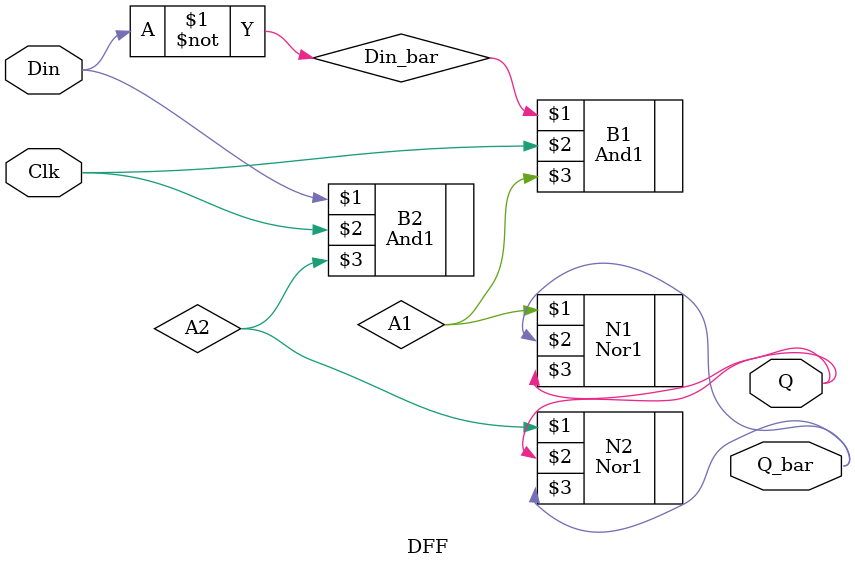
<source format=v>
`timescale 1ns / 1ps
module DFF(Din,Clk,Q,Q_bar);
input Din,Clk;
output Q,Q_bar;
wire A1,A2,Din_bar;
assign Din_bar = ~Din;
And1 B1(Din_bar,Clk,A1);
And1 B2(Din,Clk,A2);
Nor1 N1(A1,Q_bar,Q);
Nor1 N2(A2,Q,Q_bar);

endmodule

</source>
